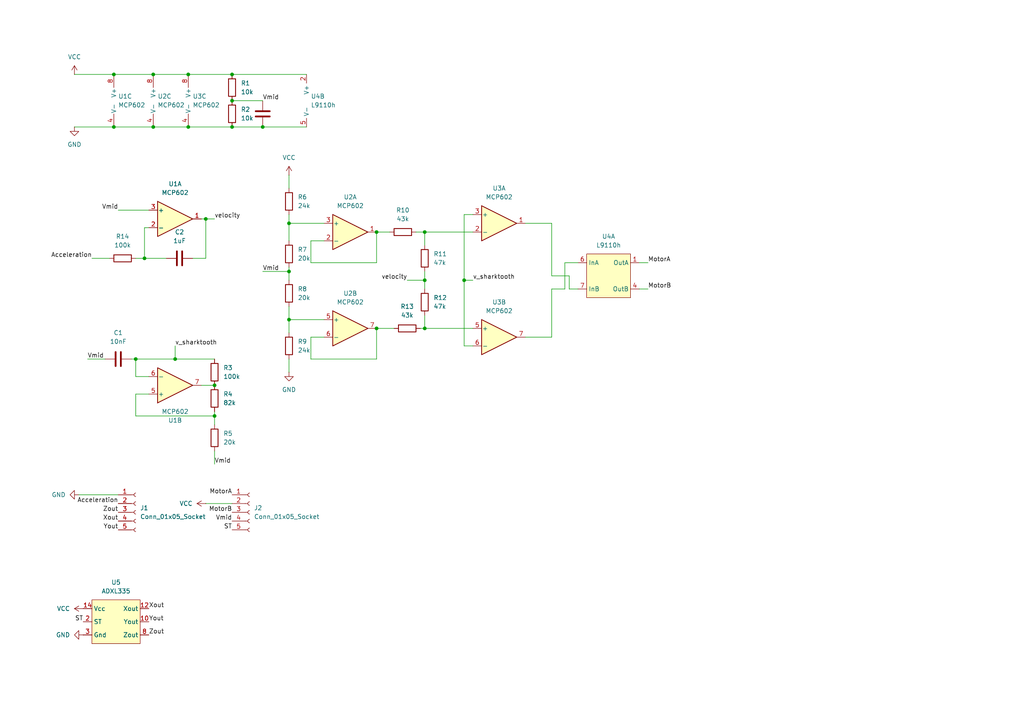
<source format=kicad_sch>
(kicad_sch (version 20231120) (generator "eeschema") (generator_version "8.0")
  (paper "A4")
  (lib_symbols
    (symbol "Amplifier_Operational:MCP602" (pin_names (offset 0.127))
      (property "Reference" "U" (at 0 5.08 0))
      (property "Value" "MCP602" (at 0 -5.08 0))
      (symbol "MCP602_1_1"
        (polyline (pts (xy -5.08 5.08) (xy 5.08 0) (xy -5.08 -5.08) (xy -5.08 5.08)) (stroke (width 0.254)) (fill (type background)))
        (pin output line (at 7.62 0 180) (length 2.54) (name "~") (number "1"))
        (pin input line (at -7.62 -2.54 0) (length 2.54) (name "-") (number "2"))
        (pin input line (at -7.62 2.54 0) (length 2.54) (name "+") (number "3"))
      )
      (symbol "MCP602_2_1"
        (polyline (pts (xy -5.08 5.08) (xy 5.08 0) (xy -5.08 -5.08) (xy -5.08 5.08)) (stroke (width 0.254)) (fill (type background)))
        (pin input line (at -7.62 2.54 0) (length 2.54) (name "+") (number "5"))
        (pin input line (at -7.62 -2.54 0) (length 2.54) (name "-") (number "6"))
        (pin output line (at 7.62 0 180) (length 2.54) (name "~") (number "7"))
      )
      (symbol "MCP602_3_1"
        (pin power_in line (at -2.54 -7.62 90) (length 3.81) (name "V-") (number "4"))
        (pin power_in line (at -2.54 7.62 270) (length 3.81) (name "V+") (number "8"))
      )
    )
    (symbol "Connector:Conn_01x05_Socket" (pin_names (offset 1.016) hide)
      (property "Reference" "J" (at 0 7.62 0))
      (property "Value" "Conn_01x05_Socket" (at 0 -7.62 0))
      (symbol "Conn_01x05_Socket_1_1"
        (arc (start 0 -4.572) (mid -0.5058 -5.08) (end 0 -5.588) (stroke (width 0.1524)))
        (arc (start 0 -2.032) (mid -0.5058 -2.54) (end 0 -3.048) (stroke (width 0.1524)))
        (polyline (pts (xy -1.27 -5.08) (xy -0.508 -5.08)) (stroke (width 0.1524)))
        (polyline (pts (xy -1.27 -2.54) (xy -0.508 -2.54)) (stroke (width 0.1524)))
        (polyline (pts (xy -1.27 0) (xy -0.508 0)) (stroke (width 0.1524)))
        (polyline (pts (xy -1.27 2.54) (xy -0.508 2.54)) (stroke (width 0.1524)))
        (polyline (pts (xy -1.27 5.08) (xy -0.508 5.08)) (stroke (width 0.1524)))
        (arc (start 0 0.508) (mid -0.5058 0) (end 0 -0.508) (stroke (width 0.1524)))
        (arc (start 0 3.048) (mid -0.5058 2.54) (end 0 2.032) (stroke (width 0.1524)))
        (arc (start 0 5.588) (mid -0.5058 5.08) (end 0 4.572) (stroke (width 0.1524)))
        (pin passive line (at -5.08 5.08 0) (length 3.81) (name "Pin_1") (number "1"))
        (pin passive line (at -5.08 2.54 0) (length 3.81) (name "Pin_2") (number "2"))
        (pin passive line (at -5.08 0 0) (length 3.81) (name "Pin_3") (number "3"))
        (pin passive line (at -5.08 -2.54 0) (length 3.81) (name "Pin_4") (number "4"))
        (pin passive line (at -5.08 -5.08 0) (length 3.81) (name "Pin_5") (number "5"))
      )
    )
    (symbol "Device:Battery_Cell" (pin_numbers hide) (pin_names (offset 0) hide)
      (property "Reference" "BT" (at 2.54 2.54 0))
      (property "Value" "Battery_Cell" (at 2.54 0 0))
      (symbol "Battery_Cell_0_1"
        (rectangle (start -2.286 1.778) (end 2.286 1.524) (fill (type outline)))
        (rectangle (start -1.524 1.016) (end 1.524 0.508) (fill (type outline)))
        (polyline (pts (xy 0 0.762) (xy 0 0)))
        (polyline (pts (xy 0 1.778) (xy 0 2.54)))
        (polyline (pts (xy 0.762 3.048) (xy 1.778 3.048)) (stroke (width 0.254)))
        (polyline (pts (xy 1.27 3.556) (xy 1.27 2.54)) (stroke (width 0.254)))
      )
      (symbol "Battery_Cell_1_1"
        (pin passive line (at 0 5.08 270) (length 2.54) (name "+") (number "1"))
        (pin passive line (at 0 -2.54 90) (length 2.54) (name "-") (number "2"))
      )
    )
    (symbol "Device:C" (pin_numbers hide) (pin_names (offset 0.254))
      (property "Reference" "C" (at 0.635 2.54 0))
      (property "Value" "C" (at 0.635 -2.54 0))
      (symbol "C_0_1"
        (polyline (pts (xy -2.032 -0.762) (xy 2.032 -0.762)) (stroke (width 0.508)))
        (polyline (pts (xy -2.032 0.762) (xy 2.032 0.762)) (stroke (width 0.508)))
      )
      (symbol "C_1_1"
        (pin passive line (at 0 3.81 270) (length 2.794) (name "~") (number "1"))
        (pin passive line (at 0 -3.81 90) (length 2.794) (name "~") (number "2"))
      )
    )
    (symbol "Device:R" (pin_numbers hide) (pin_names (offset 0))
      (property "Reference" "R" (at 2.032 0 90))
      (property "Value" "R" (at 0 0 90))
      (symbol "R_0_1"
        (rectangle (start -1.016 -2.54) (end 1.016 2.54) (stroke (width 0.254)))
      )
      (symbol "R_1_1"
        (pin passive line (at 0 3.81 270) (length 1.27) (name "~") (number "1"))
        (pin passive line (at 0 -3.81 90) (length 1.27) (name "~") (number "2"))
      )
    )
    (symbol "Driver_Motor:L9110h"
      (property "Reference" "U" (at -0.254 9.652 0))
      (property "Value" "L9110h" (at 3.81 1.27 0))
      (symbol "L9110h_1_1"
        (rectangle (start -6.35 6.35) (end 6.35 -6.35) (fill (type background)))
        (pin output line (at 8.89 3.81 180) (length 2.54) (name "OutA") (number "1"))
        (pin output line (at 8.89 -3.81 180) (length 2.54) (name "OutB") (number "4"))
        (pin input line (at -8.89 3.81 0) (length 2.54) (name "InA") (number "6"))
        (pin input line (at -8.89 -3.81 0) (length 2.54) (name "InB") (number "7"))
      )
      (symbol "L9110h_2_1"
        (pin power_in line (at 0 7.62 270) (length 2.54) (name "V+") (number "2"))
        (pin power_in line (at 0 7.62 270) (length 2.54) hide (name "V+") (number "3"))
        (pin power_in line (at 0 -7.62 90) (length 2.54) (name "V-") (number "5"))
        (pin power_in line (at 0 -7.62 90) (length 2.54) hide (name "V-") (number "8"))
      )
    )
    (symbol "MCU_Module:Arduino_Nano_v2.x"
      (property "Reference" "A" (at -10.16 23.495 0))
      (property "Value" "Arduino_Nano_v2.x" (at 5.08 -24.13 0))
      (symbol "Arduino_Nano_v2.x_0_1"
        (rectangle (start -10.16 22.86) (end 10.16 -22.86) (stroke (width 0.254)) (fill (type background)))
      )
      (symbol "Arduino_Nano_v2.x_1_1"
        (pin bidirectional line (at -12.7 12.7 0) (length 2.54) (name "D1/TX") (number "1"))
        (pin bidirectional line (at -12.7 -2.54 0) (length 2.54) (name "D7") (number "10"))
        (pin bidirectional line (at -12.7 -5.08 0) (length 2.54) (name "D8") (number "11"))
        (pin bidirectional line (at -12.7 -7.62 0) (length 2.54) (name "D9") (number "12"))
        (pin bidirectional line (at -12.7 -10.16 0) (length 2.54) (name "D10") (number "13"))
        (pin bidirectional line (at -12.7 -12.7 0) (length 2.54) (name "D11") (number "14"))
        (pin bidirectional line (at -12.7 -15.24 0) (length 2.54) (name "D12") (number "15"))
        (pin bidirectional line (at -12.7 -17.78 0) (length 2.54) (name "D13") (number "16"))
        (pin power_out line (at 2.54 25.4 270) (length 2.54) (name "3V3") (number "17"))
        (pin input line (at 12.7 5.08 180) (length 2.54) (name "AREF") (number "18"))
        (pin bidirectional line (at 12.7 0 180) (length 2.54) (name "A0") (number "19"))
        (pin bidirectional line (at -12.7 15.24 0) (length 2.54) (name "D0/RX") (number "2"))
        (pin bidirectional line (at 12.7 -2.54 180) (length 2.54) (name "A1") (number "20"))
        (pin bidirectional line (at 12.7 -5.08 180) (length 2.54) (name "A2") (number "21"))
        (pin bidirectional line (at 12.7 -7.62 180) (length 2.54) (name "A3") (number "22"))
        (pin bidirectional line (at 12.7 -10.16 180) (length 2.54) (name "A4") (number "23"))
        (pin bidirectional line (at 12.7 -12.7 180) (length 2.54) (name "A5") (number "24"))
        (pin bidirectional line (at 12.7 -15.24 180) (length 2.54) (name "A6") (number "25"))
        (pin bidirectional line (at 12.7 -17.78 180) (length 2.54) (name "A7") (number "26"))
        (pin power_out line (at 5.08 25.4 270) (length 2.54) (name "+5V") (number "27"))
        (pin input line (at 12.7 15.24 180) (length 2.54) (name "~{RESET}") (number "28"))
        (pin power_in line (at 2.54 -25.4 90) (length 2.54) (name "GND") (number "29"))
        (pin input line (at 12.7 12.7 180) (length 2.54) (name "~{RESET}") (number "3"))
        (pin power_in line (at -2.54 25.4 270) (length 2.54) (name "VIN") (number "30"))
        (pin power_in line (at 0 -25.4 90) (length 2.54) (name "GND") (number "4"))
        (pin bidirectional line (at -12.7 10.16 0) (length 2.54) (name "D2") (number "5"))
        (pin bidirectional line (at -12.7 7.62 0) (length 2.54) (name "D3") (number "6"))
        (pin bidirectional line (at -12.7 5.08 0) (length 2.54) (name "D4") (number "7"))
        (pin bidirectional line (at -12.7 2.54 0) (length 2.54) (name "D5") (number "8"))
        (pin bidirectional line (at -12.7 0 0) (length 2.54) (name "D6") (number "9"))
      )
    )
    (symbol "MCU_Module:HC-08"
      (property "Reference" "U" (at 0 0 0))
      (symbol "HC-08_0_1"
        (rectangle (start -5.08 -1.27) (end 5.08 -19.05))
      )
      (symbol "HC-08_1_1"
        (pin input line (at -7.62 -6.35 0) (length 2.54) (name "5V") (number ""))
        (pin input line (at -7.62 -13.97 0) (length 2.54) (name "GND") (number ""))
        (pin input line (at -7.62 -3.81 0) (length 2.54) (name "RST") (number ""))
        (pin input line (at -7.62 -11.43 0) (length 2.54) (name "RX") (number ""))
        (pin input line (at -7.62 -16.51 0) (length 2.54) (name "STATE") (number ""))
        (pin input line (at -7.62 -8.89 0) (length 2.54) (name "TX") (number ""))
      )
    )
    (symbol "MCU_Module:L9110h"
      (property "Reference" "U6" (at -0.6686 3.81 0))
      (property "Value" "~" (at -0.6686 1.27 0))
      (symbol "L9110h_0_1"
        (rectangle (start -7.62 0) (end 6.35 -12.7))
      )
      (symbol "L9110h_1_1"
        (pin input line (at 8.89 -10.16 180) (length 2.54) (name "GND") (number ""))
        (pin input line (at 8.89 -2.54 180) (length 2.54) (name "GND") (number ""))
        (pin input line (at 8.89 -7.62 180) (length 2.54) (name "InA") (number ""))
        (pin input line (at 8.89 -5.08 180) (length 2.54) (name "InB") (number ""))
        (pin input line (at -10.16 -2.54 0) (length 2.54) (name "OutA") (number ""))
        (pin input line (at -10.16 -10.16 0) (length 2.54) (name "OutB") (number ""))
        (pin input line (at -10.16 -7.62 0) (length 2.54) (name "V+") (number ""))
        (pin input line (at -10.16 -5.08 0) (length 2.54) (name "V+") (number ""))
      )
    )
    (symbol "Motor:Motor_DC" (pin_names (offset 0))
      (property "Reference" "M" (at 2.54 2.54 0))
      (property "Value" "Motor_DC" (at 2.54 -5.08 0))
      (symbol "Motor_DC_0_0"
        (polyline (pts (xy -1.27 -3.302) (xy -1.27 0.508) (xy 0 -2.032) (xy 1.27 0.508) (xy 1.27 -3.302)))
      )
      (symbol "Motor_DC_0_1"
        (circle (center 0 -1.524) (radius 3.2512) (stroke (width 0.254)))
        (polyline (pts (xy 0 -7.62) (xy 0 -7.112)))
        (polyline (pts (xy 0 -4.7752) (xy 0 -5.1816)))
        (polyline (pts (xy 0 1.7272) (xy 0 2.0828)))
        (polyline (pts (xy 0 2.032) (xy 0 2.54)))
      )
      (symbol "Motor_DC_1_1"
        (pin passive line (at 0 5.08 270) (length 2.54) (name "+") (number "1"))
        (pin passive line (at 0 -7.62 90) (length 2.54) (name "-") (number "2"))
      )
    )
    (symbol "Sensor_Motion:ADXL335"
      (property "Reference" "U" (at 0.254 9.652 0))
      (property "Value" "ADXL335" (at 0 0 0))
      (symbol "ADXL335_1_1"
        (rectangle (start -6.35 6.35) (end 7.62 -6.35) (fill (type background)))
        (pin no_connect line (at -8.89 -8.89 0) (length 2.54) hide (name "NC") (number "1"))
        (pin output line (at 10.16 0 180) (length 2.54) (name "Yout") (number "10"))
        (pin no_connect line (at -8.89 -8.89 0) (length 2.54) hide (name "NC") (number "11"))
        (pin output line (at 10.16 3.81 180) (length 2.54) (name "Xout") (number "12"))
        (pin no_connect line (at -8.89 -8.89 0) (length 2.54) hide (name "NC") (number "13"))
        (pin input line (at -8.89 3.81 0) (length 2.54) (name "Vcc") (number "14"))
        (pin input line (at -8.89 3.81 0) (length 2.54) hide (name "Vcc") (number "15"))
        (pin no_connect line (at -8.89 -8.89 0) (length 2.54) hide (name "NC") (number "16"))
        (pin input line (at -8.89 0 0) (length 2.54) (name "ST") (number "2"))
        (pin input line (at -8.89 -3.81 0) (length 2.54) (name "Gnd") (number "3"))
        (pin no_connect line (at -8.89 -8.89 0) (length 2.54) hide (name "NC") (number "4"))
        (pin input line (at -8.89 -3.81 0) (length 2.54) hide (name "Gnd") (number "5"))
        (pin input line (at -8.89 -3.81 0) (length 2.54) hide (name "Gnd") (number "6"))
        (pin input line (at -8.89 -3.81 0) (length 2.54) hide (name "Gnd") (number "7"))
        (pin output line (at 10.16 -3.81 180) (length 2.54) (name "Zout") (number "8"))
        (pin no_connect line (at -8.89 -8.89 0) (length 2.54) hide (name "NC") (number "9"))
      )
    )
    (symbol "Transistor_BJT:BC327" (pin_names (offset 0) hide)
      (property "Reference" "Q" (at 5.08 1.905 0))
      (property "Value" "BC327" (at 5.08 0 0))
      (symbol "BC327_0_1"
        (polyline (pts (xy 0.635 0.635) (xy 2.54 2.54)))
        (polyline (pts (xy 0.635 -0.635) (xy 2.54 -2.54) (xy 2.54 -2.54)))
        (polyline (pts (xy 0.635 1.905) (xy 0.635 -1.905) (xy 0.635 -1.905)) (stroke (width 0.508)))
        (polyline (pts (xy 2.286 -1.778) (xy 1.778 -2.286) (xy 1.27 -1.27) (xy 2.286 -1.778) (xy 2.286 -1.778)) (fill (type outline)))
        (circle (center 1.27 0) (radius 2.8194) (stroke (width 0.254)))
      )
      (symbol "BC327_1_1"
        (pin passive line (at 2.54 5.08 270) (length 2.54) (name "C") (number "1"))
        (pin input line (at -5.08 0 0) (length 5.715) (name "B") (number "2"))
        (pin passive line (at 2.54 -5.08 90) (length 2.54) (name "E") (number "3"))
      )
    )
    (symbol "power:GND" (power) (pin_numbers hide) (pin_names (offset 0) hide)
      (property "Value" "GND" (at 0 -3.81 0))
      (symbol "GND_0_1"
        (polyline (pts (xy 0 0) (xy 0 -1.27) (xy 1.27 -1.27) (xy 0 -2.54) (xy -1.27 -1.27) (xy 0 -1.27)))
      )
      (symbol "GND_1_1"
        (pin power_in line (at 0 0 270) (length 0) (name "~") (number "1"))
      )
    )
    (symbol "power:VCC" (power) (pin_numbers hide) (pin_names (offset 0) hide)
      (property "Value" "VCC" (at 0 3.556 0))
      (symbol "VCC_0_1"
        (polyline (pts (xy -0.762 1.27) (xy 0 2.54)))
        (polyline (pts (xy 0 0) (xy 0 2.54)))
        (polyline (pts (xy 0 2.54) (xy 0.762 1.27)))
      )
      (symbol "VCC_1_1"
        (pin power_in line (at 0 0 90) (length 0) (name "~") (number "1"))
      )
    )
  )
  (junction (at 83.82 64.77))
  (junction (at 76.2 36.83))
  (junction (at 41.91 74.93))
  (junction (at 67.31 21.59))
  (junction (at 109.22 95.25))
  (junction (at 39.37 104.14))
  (junction (at 59.69 63.5))
  (junction (at 401.32 38.1))
  (junction (at 44.45 21.59))
  (junction (at 402.59 5.08))
  (junction (at 83.82 92.71))
  (junction (at 123.19 81.28))
  (junction (at 123.19 67.31))
  (junction (at 433.07 80.01))
  (junction (at 410.21 -1.27))
  (junction (at 134.62 81.28))
  (junction (at 50.8 104.14))
  (junction (at 54.61 36.83))
  (junction (at 67.31 36.83))
  (junction (at 402.59 -8.89))
  (junction (at 33.02 21.59))
  (junction (at 67.31 29.21))
  (junction (at 44.45 36.83))
  (junction (at 54.61 21.59))
  (junction (at 62.23 120.65))
  (junction (at 109.22 67.31))
  (junction (at 123.19 95.25))
  (junction (at 33.02 36.83))
  (junction (at 83.82 78.74))
  (junction (at 62.23 111.76))
  (junction (at 394.97 12.7))
  (no_connect (at 429.26 71.12))
  (no_connect (at 429.26 58.42))
  (wire (pts (xy 59.69 63.5) (xy 62.23 63.5)))
  (wire (pts (xy 433.07 60.96) (xy 433.07 25.4)))
  (wire (pts (xy 90.17 76.2) (xy 109.22 76.2)))
  (wire (pts (xy 422.91 35.56) (xy 424.18 35.56)))
  (wire (pts (xy 25.4 104.14) (xy 30.48 104.14)))
  (wire (pts (xy 59.69 146.05) (xy 67.31 146.05)))
  (wire (pts (xy 402.59 -12.7) (xy 402.59 -8.89)))
  (wire (pts (xy 62.23 119.38) (xy 62.23 120.65)))
  (wire (pts (xy 134.62 81.28) (xy 134.62 100.33)))
  (wire (pts (xy 109.22 95.25) (xy 114.3 95.25)))
  (wire (pts (xy 123.19 67.31) (xy 123.19 71.12)))
  (wire (pts (xy 54.61 21.59) (xy 67.31 21.59)))
  (wire (pts (xy 429.26 63.5) (xy 439.42 63.5)))
  (wire (pts (xy 83.82 50.8) (xy 83.82 54.61)))
  (wire (pts (xy 50.8 104.14) (xy 62.23 104.14)))
  (wire (pts (xy 22.86 143.51) (xy 34.29 143.51)))
  (wire (pts (xy 123.19 95.25) (xy 137.16 95.25)))
  (wire (pts (xy 160.02 83.82) (xy 163.83 83.82)))
  (wire (pts (xy 62.23 130.81) (xy 62.23 134.62)))
  (wire (pts (xy 433.07 80.01) (xy 452.12 80.01)))
  (wire (pts (xy 402.59 -8.89) (xy 410.21 -8.89)))
  (wire (pts (xy 38.1 104.14) (xy 39.37 104.14)))
  (wire (pts (xy 163.83 76.2) (xy 167.64 76.2)))
  (wire (pts (xy 429.26 43.18) (xy 429.26 38.1)))
  (wire (pts (xy 83.82 104.14) (xy 83.82 107.95)))
  (wire (pts (xy 44.45 36.83) (xy 54.61 36.83)))
  (wire (pts (xy 163.83 83.82) (xy 163.83 76.2)))
  (wire (pts (xy 394.97 -8.89) (xy 394.97 0)))
  (wire (pts (xy 21.59 21.59) (xy 33.02 21.59)))
  (wire (pts (xy 424.18 43.18) (xy 424.18 35.56)))
  (wire (pts (xy 394.97 12.7) (xy 394.97 38.1)))
  (wire (pts (xy 83.82 92.71) (xy 83.82 96.52)))
  (wire (pts (xy 152.4 64.77) (xy 160.02 64.77)))
  (wire (pts (xy 403.86 40.64) (xy 401.32 40.64)))
  (wire (pts (xy 165.1 83.82) (xy 167.64 83.82)))
  (wire (pts (xy 33.02 36.83) (xy 44.45 36.83)))
  (wire (pts (xy 58.42 111.76) (xy 62.23 111.76)))
  (wire (pts (xy 76.2 36.83) (xy 88.9 36.83)))
  (wire (pts (xy 452.12 80.01) (xy 452.12 78.74)))
  (wire (pts (xy 469.9 8.89) (xy 469.9 71.12)))
  (wire (pts (xy 109.22 67.31) (xy 109.22 76.2)))
  (wire (pts (xy 39.37 114.3) (xy 39.37 120.65)))
  (wire (pts (xy 134.62 62.23) (xy 134.62 81.28)))
  (wire (pts (xy 90.17 104.14) (xy 90.17 97.79)))
  (wire (pts (xy 83.82 92.71) (xy 93.98 92.71)))
  (wire (pts (xy 422.91 40.64) (xy 426.72 40.64)))
  (wire (pts (xy 26.67 74.93) (xy 31.75 74.93)))
  (wire (pts (xy 123.19 91.44) (xy 123.19 95.25)))
  (wire (pts (xy 429.26 68.58) (xy 433.07 68.58)))
  (wire (pts (xy 469.9 71.12) (xy 464.82 71.12)))
  (wire (pts (xy 377.19 33.02) (xy 403.86 33.02)))
  (wire (pts (xy 123.19 78.74) (xy 123.19 81.28)))
  (wire (pts (xy 62.23 120.65) (xy 62.23 123.19)))
  (wire (pts (xy 39.37 104.14) (xy 50.8 104.14)))
  (wire (pts (xy 39.37 120.65) (xy 62.23 120.65)))
  (wire (pts (xy 83.82 62.23) (xy 83.82 64.77)))
  (wire (pts (xy 401.32 38.1) (xy 403.86 38.1)))
  (wire (pts (xy 83.82 88.9) (xy 83.82 92.71)))
  (wire (pts (xy 39.37 74.93) (xy 41.91 74.93)))
  (wire (pts (xy 44.45 21.59) (xy 54.61 21.59)))
  (wire (pts (xy 83.82 64.77) (xy 83.82 69.85)))
  (wire (pts (xy 134.62 81.28) (xy 137.16 81.28)))
  (wire (pts (xy 134.62 100.33) (xy 137.16 100.33)))
  (wire (pts (xy 21.59 36.83) (xy 33.02 36.83)))
  (wire (pts (xy 185.42 83.82) (xy 187.96 83.82)))
  (wire (pts (xy 39.37 109.22) (xy 43.18 109.22)))
  (wire (pts (xy 457.2 25.4) (xy 457.2 27.94)))
  (wire (pts (xy 394.97 -8.89) (xy 402.59 -8.89)))
  (wire (pts (xy 109.22 67.31) (xy 113.03 67.31)))
  (wire (pts (xy 90.17 97.79) (xy 93.98 97.79)))
  (wire (pts (xy 41.91 66.04) (xy 43.18 66.04)))
  (wire (pts (xy 67.31 36.83) (xy 76.2 36.83)))
  (wire (pts (xy 76.2 78.74) (xy 83.82 78.74)))
  (wire (pts (xy 59.69 63.5) (xy 58.42 63.5)))
  (wire (pts (xy 429.26 66.04) (xy 439.42 66.04)))
  (wire (pts (xy 33.02 21.59) (xy 44.45 21.59)))
  (wire (pts (xy 50.8 100.33) (xy 50.8 104.14)))
  (wire (pts (xy 59.69 74.93) (xy 59.69 63.5)))
  (wire (pts (xy 439.42 43.18) (xy 429.26 43.18)))
  (wire (pts (xy 120.65 67.31) (xy 123.19 67.31)))
  (wire (pts (xy 422.91 38.1) (xy 429.26 38.1)))
  (wire (pts (xy 401.32 40.64) (xy 401.32 38.1)))
  (wire (pts (xy 121.92 95.25) (xy 123.19 95.25)))
  (wire (pts (xy 134.62 62.23) (xy 137.16 62.23)))
  (wire (pts (xy 67.31 21.59) (xy 88.9 21.59)))
  (wire (pts (xy 43.18 114.3) (xy 39.37 114.3)))
  (wire (pts (xy 118.11 81.28) (xy 123.19 81.28)))
  (wire (pts (xy 394.97 38.1) (xy 401.32 38.1)))
  (wire (pts (xy 160.02 64.77) (xy 160.02 80.01)))
  (wire (pts (xy 377.19 45.72) (xy 403.86 45.72)))
  (wire (pts (xy 433.07 25.4) (xy 457.2 25.4)))
  (wire (pts (xy 83.82 77.47) (xy 83.82 78.74)))
  (wire (pts (xy 410.21 -1.27) (xy 410.21 0)))
  (wire (pts (xy 422.91 43.18) (xy 424.18 43.18)))
  (wire (pts (xy 394.97 10.16) (xy 394.97 12.7)))
  (wire (pts (xy 160.02 80.01) (xy 165.1 80.01)))
  (wire (pts (xy 123.19 67.31) (xy 137.16 67.31)))
  (wire (pts (xy 41.91 74.93) (xy 41.91 66.04)))
  (wire (pts (xy 160.02 97.79) (xy 160.02 83.82)))
  (wire (pts (xy 402.59 5.08) (xy 402.59 12.7)))
  (wire (pts (xy 152.4 97.79) (xy 160.02 97.79)))
  (wire (pts (xy 165.1 80.01) (xy 165.1 83.82)))
  (wire (pts (xy 402.59 12.7) (xy 394.97 12.7)))
  (wire (pts (xy 185.42 76.2) (xy 187.96 76.2)))
  (wire (pts (xy 34.29 60.96) (xy 43.18 60.96)))
  (wire (pts (xy 67.31 29.21) (xy 76.2 29.21)))
  (wire (pts (xy 83.82 78.74) (xy 83.82 81.28)))
  (wire (pts (xy 41.91 74.93) (xy 48.26 74.93)))
  (wire (pts (xy 109.22 104.14) (xy 90.17 104.14)))
  (wire (pts (xy 39.37 104.14) (xy 39.37 109.22)))
  (wire (pts (xy 93.98 69.85) (xy 90.17 69.85)))
  (wire (pts (xy 109.22 95.25) (xy 109.22 104.14)))
  (wire (pts (xy 123.19 81.28) (xy 123.19 83.82)))
  (wire (pts (xy 403.86 33.02) (xy 403.86 35.56)))
  (wire (pts (xy 410.21 -2.54) (xy 410.21 -1.27)))
  (wire (pts (xy 83.82 64.77) (xy 93.98 64.77)))
  (wire (pts (xy 90.17 69.85) (xy 90.17 76.2)))
  (wire (pts (xy 54.61 36.83) (xy 67.31 36.83)))
  (wire (pts (xy 344.17 24.13) (xy 344.17 26.67)))
  (wire (pts (xy 403.86 45.72) (xy 403.86 43.18)))
  (wire (pts (xy 410.21 8.89) (xy 469.9 8.89)))
  (wire (pts (xy 429.26 60.96) (xy 433.07 60.96)))
  (wire (pts (xy 426.72 45.72) (xy 426.72 40.64)))
  (wire (pts (xy 433.07 68.58) (xy 433.07 80.01)))
  (wire (pts (xy 439.42 45.72) (xy 426.72 45.72)))
  (wire (pts (xy 55.88 74.93) (xy 59.69 74.93)))
  (text "In the L9110h, make sure both V+'s and\nboth GND's are connected. Connecting \nonly one will result in erratic behavior." (at 393.7 52.832 0) (effects (font (size 1.27 1.27))))
  (text "Make sure your PNP transistors can handle enough current.\nThe BC327 is rated for 800mA." (at 360.172 10.414 0) (effects (font (size 1.27 1.27))))
  (text "Current mirror w/ emmiter degeneration \nto measure motor current without consuming \ntoo much power. If you have a < 1ohm \nresistor that can handle high current, \nthat can work too." (at 367.792 -2.794 0) (effects (font (size 1.27 1.27))))
  (label "Yout" (at 43.18 180.34 0))
  (label "MotorA" (at 187.96 76.2 0))
  (label "velocity" (at 62.23 63.5 0))
  (label "Xout" (at 43.18 176.53 0))
  (label "Vmid" (at 25.4 104.14 0))
  (label "~5V" (at 457.2 26.67 0))
  (label "Vmid" (at 34.29 60.96 180))
  (label "Yout" (at 34.29 153.67 180))
  (label "v_sharktooth" (at 137.16 81.28 0))
  (label "~5V" (at 344.17 24.13 0))
  (label "MotorA" (at 67.31 143.51 180))
  (label "ST" (at 24.13 180.34 180))
  (label "Acceleration" (at 34.29 146.05 180))
  (label "MotorB" (at 67.31 148.59 180))
  (label "Zout" (at 43.18 184.15 0))
  (label "MotorB" (at 187.96 83.82 0))
  (label "Acceleration" (at 26.67 74.93 180))
  (label "ST" (at 67.31 153.67 180))
  (label "Vmid" (at 76.2 78.74 0))
  (label "Vmid" (at 67.31 151.13 180))
  (label "Xout" (at 34.29 151.13 180))
  (label "v_sharktooth" (at 50.8 100.33 0))
  (label "Vmid" (at 76.2 29.21 0))
  (label "Vmid" (at 62.23 134.62 0))
  (label "Zout" (at 34.29 148.59 180))
  (label "velocity" (at 118.11 81.28 180))
  (label "~5V" (at 402.59 -12.7 0))
  (symbol (lib_id "Device:R") (at 35.56 74.93 90) (unit 1)
    (property "Reference" "R14" (at 35.56 68.58 90))
    (property "Value" "100k" (at 35.56 71.12 90))
    (property "Footprint" "Resistor_SMD:R_0805_2012Metric_Pad1.20x1.40mm_HandSolder" (effects (hide yes)))
    (property "Description" "Resistor" (effects (hide yes)))
  )
  (symbol (lib_id "Device:R") (at 67.31 33.02 0) (unit 1)
    (property "Reference" "R2" (at 69.85 31.7499 0) (effects (justify left)))
    (property "Value" "10k" (at 69.85 34.2899 0) (effects (justify left)))
    (property "Footprint" "Resistor_SMD:R_0805_2012Metric_Pad1.20x1.40mm_HandSolder" (effects (hide yes)))
    (property "Description" "Resistor" (effects (hide yes)))
  )
  (symbol (lib_id "power:GND") (at 83.82 107.95 0) (unit 1)
    (property "Reference" "#PWR03" (effects (hide yes)))
    (property "Value" "GND" (at 83.82 113.03 0))
    (property "Description" "Power symbol creates a global label with name \"GND\" , ground" (effects (hide yes)))
  )
  (symbol (lib_id "power:GND") (at 21.59 36.83 0) (unit 1)
    (property "Reference" "#PWR02" (effects (hide yes)))
    (property "Value" "GND" (at 21.59 41.91 0))
    (property "Description" "Power symbol creates a global label with name \"GND\" , ground" (effects (hide yes)))
  )
  (symbol (lib_id "power:GND") (at 22.86 143.51 270) (unit 1)
    (property "Reference" "#PWR06" (effects (hide yes)))
    (property "Value" "GND" (at 19.05 143.5099 90) (effects (justify right)))
    (property "Description" "Power symbol creates a global label with name \"GND\" , ground" (effects (hide yes)))
  )
  (symbol (lib_id "Device:R") (at 123.19 74.93 180) (unit 1)
    (property "Reference" "R11" (at 125.73 73.6599 0) (effects (justify right)))
    (property "Value" "47k" (at 125.73 76.1999 0) (effects (justify right)))
    (property "Footprint" "Resistor_SMD:R_0805_2012Metric_Pad1.20x1.40mm_HandSolder" (effects (hide yes)))
    (property "Description" "Resistor" (effects (hide yes)))
  )
  (symbol (lib_id "MCU_Module:L9110h") (at 414.02 33.02 0) (unit 1)
    (property "Reference" "L9110h" (at 413.258 31.242 0))
    (property "Value" "~" (at 413.3514 31.75 0))
  )
  (symbol (lib_id "power:GND") (at 433.07 80.01 0) (unit 1)
    (property "Reference" "#PWR010" (effects (hide yes)))
    (property "Value" "GND" (at 433.07 85.09 0))
    (property "Description" "Power symbol creates a global label with name \"GND\" , ground" (effects (hide yes)))
  )
  (symbol (lib_id "Connector:Conn_01x05_Socket") (at 39.37 148.59 0) (unit 1)
    (property "Reference" "J1" (at 40.64 147.3199 0) (effects (justify left)))
    (property "Value" "Conn_01x05_Socket" (at 40.64 149.8599 0) (effects (justify left)))
    (property "Footprint" "Connector_PinSocket_2.54mm:PinSocket_1x05_P2.54mm_Vertical" (effects (hide yes)))
    (property "Description" "Generic connector, single row, 01x05, script generated" (effects (hide yes)))
  )
  (symbol (lib_id "power:VCC") (at 21.59 21.59 0) (unit 1)
    (property "Reference" "#PWR01" (effects (hide yes)))
    (property "Value" "VCC" (at 21.59 16.51 0))
    (property "Description" "Power symbol creates a global label with name \"VCC\"" (effects (hide yes)))
  )
  (symbol (lib_id "power:GND") (at 344.17 34.29 0) (unit 1)
    (property "Reference" "#PWR011" (effects (hide yes)))
    (property "Value" "GND" (at 344.17 39.37 0))
    (property "Description" "Power symbol creates a global label with name \"GND\" , ground" (effects (hide yes)))
  )
  (symbol (lib_id "Transistor_BJT:BC327") (at 397.51 5.08 180) (unit 1)
    (property "Reference" "Q2" (at 392.43 3.8099 0) (effects (justify left)))
    (property "Value" "BC327" (at 392.43 6.3499 0) (effects (justify left)))
    (property "Footprint" "Package_TO_SOT_THT:TO-92_Inline" (effects (hide yes)))
    (property "Datasheet" "http://www.onsemi.com/pub_link/Collateral/BC327-D.PDF" (effects (hide yes)))
    (property "Description" "0.8A Ic, 45V Vce, PNP Transistor, TO-92" (effects (hide yes)))
  )
  (symbol (lib_id "Amplifier_Operational:MCP602") (at 101.6 95.25 0) (unit 2)
    (property "Reference" "U2" (at 101.6 85.09 0))
    (property "Value" "MCP602" (at 101.6 87.63 0))
    (property "Footprint" "Package_SO:SOIC-8_3.9x4.9mm_P1.27mm" (effects (hide yes)))
    (property "Datasheet" "http://ww1.microchip.com/downloads/en/DeviceDoc/21314g.pdf" (effects (hide yes)))
    (property "Description" "Dual 2.7V to 6.0V Single Supply CMOS Op Amps, DIP-8/SOIC-8/TSSOP-8" (effects (hide yes)))
  )
  (symbol (lib_id "Sensor_Motion:ADXL335") (at 33.02 180.34 0) (unit 1)
    (property "Reference" "U5" (at 33.655 168.91 0))
    (property "Value" "ADXL335" (at 33.655 171.45 0))
    (property "Footprint" "Package_CSP:Analog_LFCSP-16-1EP_4x4mm_P0.65mm_EP2.35x2.35mm" (effects (hide yes)))
  )
  (symbol (lib_id "Device:R") (at 62.23 107.95 0) (unit 1)
    (property "Reference" "R3" (at 64.77 106.6799 0) (effects (justify left)))
    (property "Value" "100k" (at 64.77 109.2199 0) (effects (justify left)))
    (property "Footprint" "Resistor_SMD:R_0805_2012Metric_Pad1.20x1.40mm_HandSolder" (effects (hide yes)))
    (property "Description" "Resistor" (effects (hide yes)))
  )
  (symbol (lib_id "Amplifier_Operational:MCP602") (at 101.6 67.31 0) (unit 1)
    (property "Reference" "U2" (at 101.6 57.15 0))
    (property "Value" "MCP602" (at 101.6 59.69 0))
    (property "Footprint" "Package_SO:SOIC-8_3.9x4.9mm_P1.27mm" (effects (hide yes)))
    (property "Datasheet" "http://ww1.microchip.com/downloads/en/DeviceDoc/21314g.pdf" (effects (hide yes)))
    (property "Description" "Dual 2.7V to 6.0V Single Supply CMOS Op Amps, DIP-8/SOIC-8/TSSOP-8" (effects (hide yes)))
  )
  (symbol (lib_id "MCU_Module:HC-08") (at 421.64 54.61 0) (mirror y) (unit 1)
    (property "Reference" "HC-08" (at 421.64 52.07 0))
    (property "Value" "~" (at 421.64 54.61 0))
  )
  (symbol (lib_id "Device:C") (at 52.07 74.93 90) (unit 1)
    (property "Reference" "C2" (at 52.07 67.31 90))
    (property "Value" "1uF" (at 52.07 69.85 90))
    (property "Footprint" "Capacitor_SMD:C_0805_2012Metric_Pad1.18x1.45mm_HandSolder" (effects (hide yes)))
    (property "Description" "Unpolarized capacitor" (effects (hide yes)))
  )
  (symbol (lib_id "Device:R") (at 83.82 73.66 0) (unit 1)
    (property "Reference" "R7" (at 86.36 72.3899 0) (effects (justify left)))
    (property "Value" "20k" (at 86.36 74.9299 0) (effects (justify left)))
    (property "Footprint" "Resistor_SMD:R_0805_2012Metric_Pad1.20x1.40mm_HandSolder" (effects (hide yes)))
    (property "Description" "Resistor" (effects (hide yes)))
  )
  (symbol (lib_id "Device:C") (at 34.29 104.14 90) (unit 1)
    (property "Reference" "C1" (at 34.29 96.52 90))
    (property "Value" "10nF" (at 34.29 99.06 90))
    (property "Footprint" "Capacitor_SMD:C_0805_2012Metric_Pad1.18x1.45mm_HandSolder" (effects (hide yes)))
    (property "Description" "Unpolarized capacitor" (effects (hide yes)))
  )
  (symbol (lib_id "Device:R") (at 67.31 25.4 0) (unit 1)
    (property "Reference" "R1" (at 69.85 24.1299 0) (effects (justify left)))
    (property "Value" "10k" (at 69.85 26.6699 0) (effects (justify left)))
    (property "Footprint" "Resistor_SMD:R_0805_2012Metric_Pad1.20x1.40mm_HandSolder" (effects (hide yes)))
    (property "Description" "Resistor" (effects (hide yes)))
  )
  (symbol (lib_id "power:VCC") (at 24.13 176.53 90) (unit 1)
    (property "Reference" "#PWR07" (effects (hide yes)))
    (property "Value" "VCC" (at 20.32 176.5299 90) (effects (justify left)))
    (property "Description" "Power symbol creates a global label with name \"VCC\"" (effects (hide yes)))
  )
  (symbol (lib_id "Device:Battery_Cell") (at 344.17 31.75 0) (unit 1)
    (property "Reference" "BT1" (at 347.98 28.6384 0) (effects (justify left)))
    (property "Value" "Battery_Cell" (at 347.98 31.1784 0) (effects (justify left)))
    (property "Description" "Single-cell battery" (effects (hide yes)))
  )
  (symbol (lib_id "Amplifier_Operational:MCP602") (at 144.78 64.77 0) (unit 1)
    (property "Reference" "U3" (at 144.78 54.61 0))
    (property "Value" "MCP602" (at 144.78 57.15 0))
    (property "Footprint" "Package_SO:SOIC-8_3.9x4.9mm_P1.27mm" (effects (hide yes)))
    (property "Datasheet" "http://ww1.microchip.com/downloads/en/DeviceDoc/21314g.pdf" (effects (hide yes)))
    (property "Description" "Dual 2.7V to 6.0V Single Supply CMOS Op Amps, DIP-8/SOIC-8/TSSOP-8" (effects (hide yes)))
  )
  (symbol (lib_id "Driver_Motor:L9110h") (at 88.9 29.21 0) (unit 2)
    (property "Reference" "U4" (at 90.17 27.9399 0) (effects (justify left)))
    (property "Value" "L9110h" (at 90.17 30.4799 0) (effects (justify left)))
    (property "Footprint" "HSOP-8-1EP_3.9x4.9mm_P1.27mm_EP2.41x3.1mm" (effects (hide yes)))
  )
  (symbol (lib_id "MCU_Module:Arduino_Nano_v2.x") (at 452.12 53.34 0) (unit 1)
    (property "Reference" "A1" (at 456.8541 78.74 0) (effects (justify left)))
    (property "Value" "Arduino_Nano_v2.x" (at 456.8541 81.28 0) (effects (justify left)))
    (property "Footprint" "Module:Arduino_Nano" (effects (hide yes)))
    (property "Datasheet" "https://www.arduino.cc/en/uploads/Main/ArduinoNanoManual23.pdf" (effects (hide yes)))
    (property "Description" "Arduino Nano v2.x" (effects (hide yes)))
  )
  (symbol (lib_id "power:GND") (at 410.21 17.78 0) (unit 1)
    (property "Reference" "#PWR09" (effects (hide yes)))
    (property "Value" "GND" (at 410.21 22.86 0))
    (property "Description" "Power symbol creates a global label with name \"GND\" , ground" (effects (hide yes)))
  )
  (symbol (lib_id "Amplifier_Operational:MCP602") (at 144.78 97.79 0) (unit 2)
    (property "Reference" "U3" (at 144.78 87.63 0))
    (property "Value" "MCP602" (at 144.78 90.17 0))
    (property "Footprint" "Package_SO:SOIC-8_3.9x4.9mm_P1.27mm" (effects (hide yes)))
    (property "Datasheet" "http://ww1.microchip.com/downloads/en/DeviceDoc/21314g.pdf" (effects (hide yes)))
    (property "Description" "Dual 2.7V to 6.0V Single Supply CMOS Op Amps, DIP-8/SOIC-8/TSSOP-8" (effects (hide yes)))
  )
  (symbol (lib_id "Amplifier_Operational:MCP602") (at 35.56 29.21 0) (unit 3)
    (property "Reference" "U1" (at 34.29 27.9399 0) (effects (justify left)))
    (property "Value" "MCP602" (at 34.29 30.4799 0) (effects (justify left)))
    (property "Footprint" "Package_SO:SOIC-8_3.9x4.9mm_P1.27mm" (effects (hide yes)))
    (property "Datasheet" "http://ww1.microchip.com/downloads/en/DeviceDoc/21314g.pdf" (effects (hide yes)))
    (property "Description" "Dual 2.7V to 6.0V Single Supply CMOS Op Amps, DIP-8/SOIC-8/TSSOP-8" (effects (hide yes)))
  )
  (symbol (lib_id "Amplifier_Operational:MCP602") (at 46.99 29.21 0) (unit 3)
    (property "Reference" "U2" (at 45.72 27.9399 0) (effects (justify left)))
    (property "Value" "MCP602" (at 45.72 30.4799 0) (effects (justify left)))
    (property "Footprint" "Package_SO:SOIC-8_3.9x4.9mm_P1.27mm" (effects (hide yes)))
    (property "Datasheet" "http://ww1.microchip.com/downloads/en/DeviceDoc/21314g.pdf" (effects (hide yes)))
    (property "Description" "Dual 2.7V to 6.0V Single Supply CMOS Op Amps, DIP-8/SOIC-8/TSSOP-8" (effects (hide yes)))
  )
  (symbol (lib_id "Device:R") (at 83.82 100.33 0) (unit 1)
    (property "Reference" "R9" (at 86.36 99.0599 0) (effects (justify left)))
    (property "Value" "24k" (at 86.36 101.5999 0) (effects (justify left)))
    (property "Footprint" "Resistor_SMD:R_0805_2012Metric_Pad1.20x1.40mm_HandSolder" (effects (hide yes)))
    (property "Description" "Resistor" (effects (hide yes)))
  )
  (symbol (lib_id "Transistor_BJT:BC327") (at 407.67 5.08 0) (mirror x) (unit 1)
    (property "Reference" "Q1" (at 412.75 3.8099 0) (effects (justify left)))
    (property "Value" "BC327" (at 412.75 6.3499 0) (effects (justify left)))
    (property "Footprint" "Package_TO_SOT_THT:TO-92_Inline" (effects (hide yes)))
    (property "Datasheet" "http://www.onsemi.com/pub_link/Collateral/BC327-D.PDF" (effects (hide yes)))
    (property "Description" "0.8A Ic, 45V Vce, PNP Transistor, TO-92" (effects (hide yes)))
  )
  (symbol (lib_id "Amplifier_Operational:MCP602") (at 50.8 63.5 0) (unit 1)
    (property "Reference" "U1" (at 50.8 53.34 0))
    (property "Value" "MCP602" (at 50.8 55.88 0))
    (property "Footprint" "Package_SO:SOIC-8_3.9x4.9mm_P1.27mm" (effects (hide yes)))
    (property "Datasheet" "http://ww1.microchip.com/downloads/en/DeviceDoc/21314g.pdf" (effects (hide yes)))
    (property "Description" "Dual 2.7V to 6.0V Single Supply CMOS Op Amps, DIP-8/SOIC-8/TSSOP-8" (effects (hide yes)))
  )
  (symbol (lib_id "Device:R") (at 62.23 115.57 0) (unit 1)
    (property "Reference" "R4" (at 64.77 114.2999 0) (effects (justify left)))
    (property "Value" "82k" (at 64.77 116.8399 0) (effects (justify left)))
    (property "Footprint" "Resistor_SMD:R_0805_2012Metric_Pad1.20x1.40mm_HandSolder" (effects (hide yes)))
    (property "Description" "Resistor" (effects (hide yes)))
  )
  (symbol (lib_id "Driver_Motor:L9110h") (at 176.53 80.01 0) (unit 1)
    (property "Reference" "U4" (at 176.53 68.58 0))
    (property "Value" "L9110h" (at 176.53 71.12 0))
    (property "Footprint" "HSOP-8-1EP_3.9x4.9mm_P1.27mm_EP2.41x3.1mm" (effects (hide yes)))
  )
  (symbol (lib_id "Device:R") (at 83.82 58.42 0) (unit 1)
    (property "Reference" "R6" (at 86.36 57.1499 0) (effects (justify left)))
    (property "Value" "24k" (at 86.36 59.6899 0) (effects (justify left)))
    (property "Footprint" "Resistor_SMD:R_0805_2012Metric_Pad1.20x1.40mm_HandSolder" (effects (hide yes)))
    (property "Description" "Resistor" (effects (hide yes)))
  )
  (symbol (lib_id "Amplifier_Operational:MCP602") (at 57.15 29.21 0) (unit 3)
    (property "Reference" "U3" (at 55.88 27.9399 0) (effects (justify left)))
    (property "Value" "MCP602" (at 55.88 30.4799 0) (effects (justify left)))
    (property "Footprint" "Package_SO:SOIC-8_3.9x4.9mm_P1.27mm" (effects (hide yes)))
    (property "Datasheet" "http://ww1.microchip.com/downloads/en/DeviceDoc/21314g.pdf" (effects (hide yes)))
    (property "Description" "Dual 2.7V to 6.0V Single Supply CMOS Op Amps, DIP-8/SOIC-8/TSSOP-8" (effects (hide yes)))
  )
  (symbol (lib_id "Amplifier_Operational:MCP602") (at 50.8 111.76 0) (mirror x) (unit 2)
    (property "Reference" "U1" (at 50.8 121.92 0))
    (property "Value" "MCP602" (at 50.8 119.38 0))
    (property "Footprint" "Package_SO:SOIC-8_3.9x4.9mm_P1.27mm" (effects (hide yes)))
    (property "Datasheet" "http://ww1.microchip.com/downloads/en/DeviceDoc/21314g.pdf" (effects (hide yes)))
    (property "Description" "Dual 2.7V to 6.0V Single Supply CMOS Op Amps, DIP-8/SOIC-8/TSSOP-8" (effects (hide yes)))
  )
  (symbol (lib_id "Device:R") (at 410.21 13.97 0) (unit 1)
    (property "Reference" "R15" (at 412.75 12.6999 0) (effects (justify left)))
    (property "Value" "100" (at 412.75 15.2399 0) (effects (justify left)))
    (property "Description" "Resistor" (effects (hide yes)))
  )
  (symbol (lib_id "Motor:Motor_DC") (at 377.19 38.1 0) (mirror y) (unit 1)
    (property "Reference" "M1" (at 382.27 39.3699 0) (effects (justify right)))
    (property "Value" "Motor_DC" (at 382.27 41.9099 0) (effects (justify right)))
    (property "Description" "DC Motor" (effects (hide yes)))
  )
  (symbol (lib_id "Device:R") (at 116.84 67.31 90) (unit 1)
    (property "Reference" "R10" (at 116.84 60.96 90))
    (property "Value" "43k" (at 116.84 63.5 90))
    (property "Footprint" "Resistor_SMD:R_0805_2012Metric_Pad1.20x1.40mm_HandSolder" (effects (hide yes)))
    (property "Description" "Resistor" (effects (hide yes)))
  )
  (symbol (lib_id "Device:C") (at 76.2 33.02 180) (unit 1)
    (property "Reference" "C3" (effects (hide yes)))
    (property "Value" "1uF" (effects (hide yes)))
    (property "Footprint" "Capacitor_SMD:C_0805_2012Metric_Pad1.18x1.45mm_HandSolder" (effects (hide yes)))
    (property "Description" "Unpolarized capacitor" (effects (hide yes)))
  )
  (symbol (lib_id "Device:R") (at 83.82 85.09 0) (unit 1)
    (property "Reference" "R8" (at 86.36 83.8199 0) (effects (justify left)))
    (property "Value" "20k" (at 86.36 86.3599 0) (effects (justify left)))
    (property "Footprint" "Resistor_SMD:R_0805_2012Metric_Pad1.20x1.40mm_HandSolder" (effects (hide yes)))
    (property "Description" "Resistor" (effects (hide yes)))
  )
  (symbol (lib_id "Device:R") (at 410.21 -5.08 0) (unit 1)
    (property "Reference" "R16" (at 412.75 -6.3501 0) (effects (justify left)))
    (property "Value" "3" (at 412.75 -3.8101 0) (effects (justify left)))
    (property "Description" "Resistor" (effects (hide yes)))
  )
  (symbol (lib_id "power:GND") (at 24.13 184.15 270) (unit 1)
    (property "Reference" "#PWR08" (effects (hide yes)))
    (property "Value" "GND" (at 20.32 184.1499 90) (effects (justify right)))
    (property "Description" "Power symbol creates a global label with name \"GND\" , ground" (effects (hide yes)))
  )
  (symbol (lib_id "Device:R") (at 123.19 87.63 180) (unit 1)
    (property "Reference" "R12" (at 125.73 86.3599 0) (effects (justify right)))
    (property "Value" "47k" (at 125.73 88.8999 0) (effects (justify right)))
    (property "Footprint" "Resistor_SMD:R_0805_2012Metric_Pad1.20x1.40mm_HandSolder" (effects (hide yes)))
    (property "Description" "Resistor" (effects (hide yes)))
  )
  (symbol (lib_id "Connector:Conn_01x05_Socket") (at 72.39 148.59 0) (unit 1)
    (property "Reference" "J2" (at 73.66 147.3199 0) (effects (justify left)))
    (property "Value" "Conn_01x05_Socket" (at 73.66 149.8599 0) (effects (justify left)))
    (property "Footprint" "Connector_PinSocket_2.54mm:PinSocket_1x05_P2.54mm_Vertical" (effects (hide yes)))
    (property "Description" "Generic connector, single row, 01x05, script generated" (effects (hide yes)))
  )
  (symbol (lib_id "Device:R") (at 118.11 95.25 90) (unit 1)
    (property "Reference" "R13" (at 118.11 88.9 90))
    (property "Value" "43k" (at 118.11 91.44 90))
    (property "Footprint" "Resistor_SMD:R_0805_2012Metric_Pad1.20x1.40mm_HandSolder" (effects (hide yes)))
    (property "Description" "Resistor" (effects (hide yes)))
  )
  (symbol (lib_id "power:VCC") (at 83.82 50.8 0) (unit 1)
    (property "Reference" "#PWR04" (effects (hide yes)))
    (property "Value" "VCC" (at 83.82 45.72 0))
    (property "Description" "Power symbol creates a global label with name \"VCC\"" (effects (hide yes)))
  )
  (symbol (lib_id "power:VCC") (at 59.69 146.05 90) (unit 1)
    (property "Reference" "#PWR05" (effects (hide yes)))
    (property "Value" "VCC" (at 55.88 146.0499 90) (effects (justify left)))
    (property "Description" "Power symbol creates a global label with name \"VCC\"" (effects (hide yes)))
  )
  (symbol (lib_id "Device:R") (at 62.23 127 0) (unit 1)
    (property "Reference" "R5" (at 64.77 125.7299 0) (effects (justify left)))
    (property "Value" "20k" (at 64.77 128.2699 0) (effects (justify left)))
    (property "Footprint" "Resistor_SMD:R_0805_2012Metric_Pad1.20x1.40mm_HandSolder" (effects (hide yes)))
    (property "Description" "Resistor" (effects (hide yes)))
  )
)
</source>
